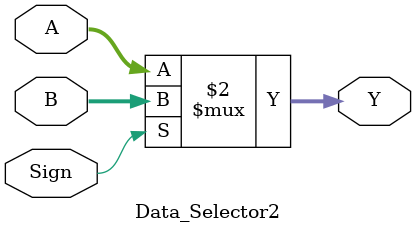
<source format=v>
`timescale 1ns / 1ps

module Data_Selector2(
    input [31:0] A, B,
    input Sign,
    output reg [31:0] Y
    );
    always@(A or B or Sign) begin
        Y = Sign ? B : A; //Ñ¡ÔñÐÅºÅÎª1ÔòÑ¡A£¨Ç°ÃæµÄ²ÎÊý£©
    end
endmodule

</source>
